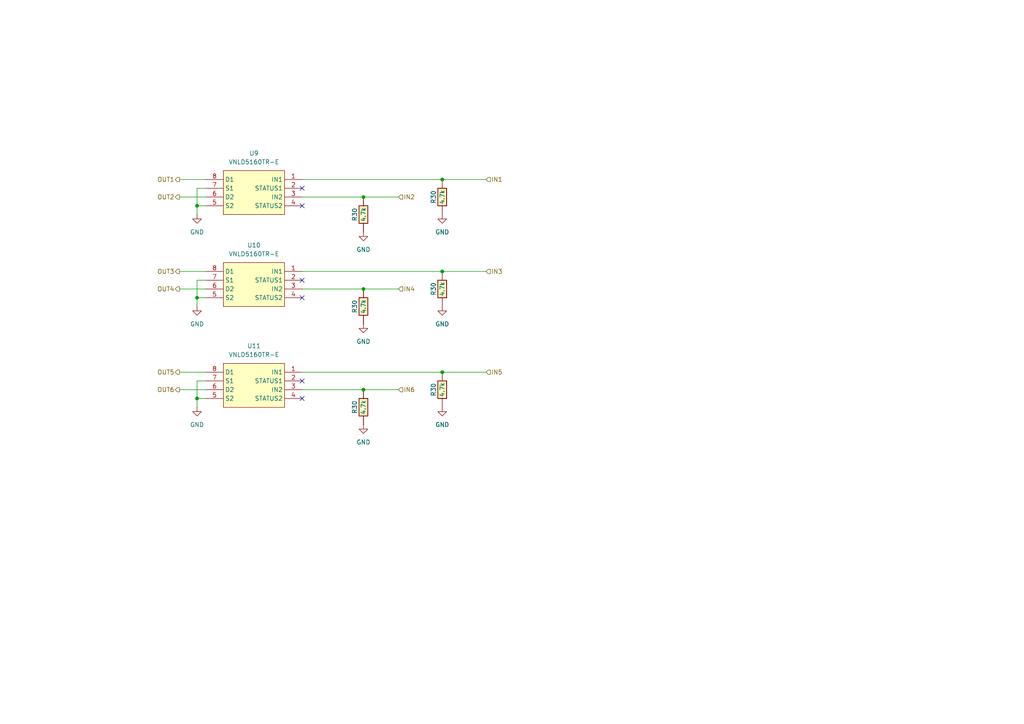
<source format=kicad_sch>
(kicad_sch (version 20231120) (generator "eeschema") (generator_version "8.0")
  (paper "A4")
  (title_block (title "UAEFI") (date "2024-08-15") (rev "D") (company "rusEFI.com"))
  (lib_symbols
    (symbol "GND_2" (power) (pin_numbers hide) (pin_names (offset 0) hide)
      (property "Value" "GND" (at 0 -3.81 0))
      (symbol "GND_2_0_1"
        (polyline (pts (xy 0 0) (xy 0 -1.27) (xy 1.27 -1.27) (xy 0 -2.54) (xy -1.27 -1.27) (xy 0 -1.27)))
      )
      (symbol "GND_2_1_1"
        (pin power_in line (at 0 0 270) (length 0) (name "~") (number "1"))
      )
    )
    (symbol "chips:VNLD5160"
      (property "Reference" "U" (at 6.35 3.81 0))
      (property "Value" "VNLD5160TR-E" (at 12.7 -11.43 0))
      (symbol "VNLD5160_1_1"
        (rectangle (start 5.08 2.54) (end 22.86 -10.16) (fill (type background)))
        (pin input line (at 0 0 0) (length 5.08) (name "IN1") (number "1"))
        (pin open_collector line (at 0 -2.54 0) (length 5.08) (name "STATUS1") (number "2"))
        (pin input line (at 0 -5.08 0) (length 5.08) (name "IN2") (number "3"))
        (pin open_collector line (at 0 -7.62 0) (length 5.08) (name "STATUS2") (number "4"))
        (pin power_in line (at 27.94 -7.62 180) (length 5.08) (name "S2") (number "5"))
        (pin power_out line (at 27.94 -5.08 180) (length 5.08) (name "D2") (number "6"))
        (pin power_in line (at 27.94 -2.54 180) (length 5.08) (name "S1") (number "7"))
        (pin power_out line (at 27.94 0 180) (length 5.08) (name "D1") (number "8"))
      )
    )
    (symbol "hellen-one-common:Res" (pin_numbers hide)
      (property "Reference" "R" (at 3.81 2.54 0))
      (property "Value" "Res" (at 5.08 -2.54 0))
      (symbol "Res_1_0"
        (rectangle (start 2.54 -1.27) (end 7.62 1.27) (stroke (width 0.254)) (fill (type background)))
        (pin passive line (at 0 0 0) (length 2.54) (name "") (number "1"))
        (pin passive line (at 10.16 0 180) (length 2.54) (name "") (number "2"))
      )
    )
  )
  (junction (at 128.27 78.74))
  (junction (at 105.41 83.82))
  (junction (at 128.27 107.95))
  (junction (at 105.41 57.15))
  (junction (at 57.15 59.69))
  (junction (at 57.15 115.57))
  (junction (at 105.41 113.03))
  (junction (at 128.27 52.07))
  (junction (at 57.15 86.36))
  (no_connect (at 87.63 81.28))
  (no_connect (at 87.63 59.69))
  (no_connect (at 87.63 115.57))
  (no_connect (at 87.63 86.36))
  (no_connect (at 87.63 54.61))
  (no_connect (at 87.63 110.49))
  (wire (pts (xy 57.15 86.36) (xy 57.15 81.28)))
  (wire (pts (xy 57.15 88.9) (xy 57.15 86.36)))
  (wire (pts (xy 57.15 115.57) (xy 57.15 110.49)))
  (wire (pts (xy 52.07 57.15) (xy 59.69 57.15)))
  (wire (pts (xy 57.15 59.69) (xy 57.15 54.61)))
  (wire (pts (xy 87.63 52.07) (xy 128.27 52.07)))
  (wire (pts (xy 128.27 107.95) (xy 140.97 107.95)))
  (wire (pts (xy 52.07 52.07) (xy 59.69 52.07)))
  (wire (pts (xy 57.15 54.61) (xy 59.69 54.61)))
  (wire (pts (xy 57.15 110.49) (xy 59.69 110.49)))
  (wire (pts (xy 57.15 118.11) (xy 57.15 115.57)))
  (wire (pts (xy 87.63 57.15) (xy 105.41 57.15)))
  (wire (pts (xy 105.41 83.82) (xy 115.57 83.82)))
  (wire (pts (xy 87.63 113.03) (xy 105.41 113.03)))
  (wire (pts (xy 57.15 86.36) (xy 59.69 86.36)))
  (wire (pts (xy 52.07 107.95) (xy 59.69 107.95)))
  (wire (pts (xy 57.15 115.57) (xy 59.69 115.57)))
  (wire (pts (xy 128.27 52.07) (xy 140.97 52.07)))
  (wire (pts (xy 52.07 113.03) (xy 59.69 113.03)))
  (wire (pts (xy 87.63 107.95) (xy 128.27 107.95)))
  (wire (pts (xy 128.27 78.74) (xy 140.97 78.74)))
  (wire (pts (xy 52.07 83.82) (xy 59.69 83.82)))
  (wire (pts (xy 57.15 59.69) (xy 59.69 59.69)))
  (wire (pts (xy 105.41 57.15) (xy 115.57 57.15)))
  (wire (pts (xy 52.07 78.74) (xy 59.69 78.74)))
  (wire (pts (xy 57.15 62.23) (xy 57.15 59.69)))
  (wire (pts (xy 87.63 83.82) (xy 105.41 83.82)))
  (wire (pts (xy 57.15 81.28) (xy 59.69 81.28)))
  (wire (pts (xy 105.41 113.03) (xy 115.57 113.03)))
  (wire (pts (xy 87.63 78.74) (xy 128.27 78.74)))
  (hierarchical_label "OUT3" (shape output) (at 52.07 78.74 180))
  (hierarchical_label "OUT1" (shape output) (at 52.07 52.07 180))
  (hierarchical_label "IN4" (shape input) (at 115.57 83.82 0))
  (hierarchical_label "IN2" (shape input) (at 115.57 57.15 0))
  (hierarchical_label "IN1" (shape input) (at 140.97 52.07 0))
  (hierarchical_label "OUT6" (shape output) (at 52.07 113.03 180))
  (hierarchical_label "IN6" (shape input) (at 115.57 113.03 0))
  (hierarchical_label "IN3" (shape input) (at 140.97 78.74 0))
  (hierarchical_label "OUT2" (shape output) (at 52.07 57.15 180))
  (hierarchical_label "OUT4" (shape output) (at 52.07 83.82 180))
  (hierarchical_label "IN5" (shape input) (at 140.97 107.95 0))
  (hierarchical_label "OUT5" (shape output) (at 52.07 107.95 180))
  (symbol (lib_name "GND_2") (lib_id "power:GND") (at 105.41 123.19 0) (unit 1)
    (property "Reference" "#PWR0110" (effects (hide yes)))
    (property "Value" "GND" (at 105.41 128.27 0))
    (property "Description" "Power symbol creates a global label with name \"GND\" , ground" (effects (hide yes)))
  )
  (symbol (lib_id "chips:VNLD5160") (at 87.63 52.07 0) (mirror y) (unit 1)
    (property "Reference" "U9" (at 73.66 44.45 0))
    (property "Value" "VNLD5160TR-E" (at 73.66 46.99 0))
    (property "Footprint" "Package_SO:SOIC-8_3.9x4.9mm_P1.27mm" (effects (hide yes)))
    (property "LCSC" "C377942" (effects (hide yes)))
    (property "MyComment" "x" (effects (hide yes)))
  )
  (symbol (lib_name "GND_2") (lib_id "power:GND") (at 128.27 62.23 0) (unit 1)
    (property "Reference" "#PWR071" (effects (hide yes)))
    (property "Value" "GND" (at 128.27 67.31 0))
    (property "Description" "Power symbol creates a global label with name \"GND\" , ground" (effects (hide yes)))
  )
  (symbol (lib_id "hellen-one-common:Res") (at 128.27 88.9 90) (unit 1)
    (property "Reference" "R30" (at 125.73 83.82 0))
    (property "Value" "4.7k" (at 128.27 83.82 0))
    (property "Footprint" "hellen-one-common:R0603" (effects (hide yes)))
    (property "LCSC" "C23162" (effects (hide yes)))
    (property "MyComment" "x" (effects (hide yes)))
    (instances (project "alphax_8ch" (path "" (reference "R30") (unit 1)) (path "" (reference "R67") (unit 1))) (project "uaefi" (path "" (reference "R31") (unit 1))))
  )
  (symbol (lib_name "GND_2") (lib_id "power:GND") (at 57.15 62.23 0) (unit 1)
    (property "Reference" "#PWR067" (effects (hide yes)))
    (property "Value" "GND" (at 57.15 67.31 0))
    (property "Description" "Power symbol creates a global label with name \"GND\" , ground" (effects (hide yes)))
  )
  (symbol (lib_id "chips:VNLD5160") (at 87.63 78.74 0) (mirror y) (unit 1)
    (property "Reference" "U10" (at 73.66 71.12 0))
    (property "Value" "VNLD5160TR-E" (at 73.66 73.66 0))
    (property "Footprint" "Package_SO:SOIC-8_3.9x4.9mm_P1.27mm" (effects (hide yes)))
    (property "LCSC" "C377942" (effects (hide yes)))
    (property "MyComment" "x" (effects (hide yes)))
  )
  (symbol (lib_name "GND_2") (lib_id "power:GND") (at 57.15 88.9 0) (unit 1)
    (property "Reference" "#PWR0108" (effects (hide yes)))
    (property "Value" "GND" (at 57.15 93.98 0))
    (property "Description" "Power symbol creates a global label with name \"GND\" , ground" (effects (hide yes)))
  )
  (symbol (lib_name "GND_2") (lib_id "power:GND") (at 57.15 118.11 0) (unit 1)
    (property "Reference" "#PWR0109" (effects (hide yes)))
    (property "Value" "GND" (at 57.15 123.19 0))
    (property "Description" "Power symbol creates a global label with name \"GND\" , ground" (effects (hide yes)))
  )
  (symbol (lib_id "hellen-one-common:Res") (at 105.41 123.19 90) (unit 1)
    (property "Reference" "R30" (at 102.87 118.11 0))
    (property "Value" "4.7k" (at 105.41 118.11 0))
    (property "Footprint" "hellen-one-common:R0603" (effects (hide yes)))
    (property "LCSC" "C23162" (effects (hide yes)))
    (property "MyComment" "x" (effects (hide yes)))
    (instances (project "alphax_8ch" (path "" (reference "R30") (unit 1)) (path "" (reference "R67") (unit 1))) (project "uaefi" (path "" (reference "R34") (unit 1))))
  )
  (symbol (lib_id "chips:VNLD5160") (at 87.63 107.95 0) (mirror y) (unit 1)
    (property "Reference" "U11" (at 73.66 100.33 0))
    (property "Value" "VNLD5160TR-E" (at 73.66 102.87 0))
    (property "Footprint" "Package_SO:SOIC-8_3.9x4.9mm_P1.27mm" (effects (hide yes)))
    (property "LCSC" "C377942" (effects (hide yes)))
    (property "MyComment" "x" (effects (hide yes)))
  )
  (symbol (lib_name "GND_2") (lib_id "power:GND") (at 105.41 93.98 0) (unit 1)
    (property "Reference" "#PWR0107" (effects (hide yes)))
    (property "Value" "GND" (at 105.41 99.06 0))
    (property "Description" "Power symbol creates a global label with name \"GND\" , ground" (effects (hide yes)))
  )
  (symbol (lib_name "GND_2") (lib_id "power:GND") (at 128.27 88.9 0) (unit 1)
    (property "Reference" "#PWR072" (effects (hide yes)))
    (property "Value" "GND" (at 128.27 93.98 0))
    (property "Description" "Power symbol creates a global label with name \"GND\" , ground" (effects (hide yes)))
  )
  (symbol (lib_name "GND_2") (lib_id "power:GND") (at 128.27 118.11 0) (unit 1)
    (property "Reference" "#PWR0111" (effects (hide yes)))
    (property "Value" "GND" (at 128.27 123.19 0))
    (property "Description" "Power symbol creates a global label with name \"GND\" , ground" (effects (hide yes)))
  )
  (symbol (lib_id "hellen-one-common:Res") (at 105.41 67.31 90) (unit 1)
    (property "Reference" "R30" (at 102.87 62.23 0))
    (property "Value" "4.7k" (at 105.41 62.23 0))
    (property "Footprint" "hellen-one-common:R0603" (effects (hide yes)))
    (property "LCSC" "C23162" (effects (hide yes)))
    (property "MyComment" "x" (effects (hide yes)))
    (instances (project "alphax_8ch" (path "" (reference "R30") (unit 1)) (path "" (reference "R67") (unit 1))) (project "uaefi" (path "" (reference "R30") (unit 1))))
  )
  (symbol (lib_id "hellen-one-common:Res") (at 128.27 118.11 90) (unit 1)
    (property "Reference" "R30" (at 125.73 113.03 0))
    (property "Value" "4.7k" (at 128.27 113.03 0))
    (property "Footprint" "hellen-one-common:R0603" (effects (hide yes)))
    (property "LCSC" "C23162" (effects (hide yes)))
    (property "MyComment" "x" (effects (hide yes)))
    (instances (project "alphax_8ch" (path "" (reference "R30") (unit 1)) (path "" (reference "R67") (unit 1))) (project "uaefi" (path "" (reference "R33") (unit 1))))
  )
  (symbol (lib_id "hellen-one-common:Res") (at 105.41 93.98 90) (unit 1)
    (property "Reference" "R30" (at 102.87 88.9 0))
    (property "Value" "4.7k" (at 105.41 88.9 0))
    (property "Footprint" "hellen-one-common:R0603" (effects (hide yes)))
    (property "LCSC" "C23162" (effects (hide yes)))
    (property "MyComment" "x" (effects (hide yes)))
    (instances (project "alphax_8ch" (path "" (reference "R30") (unit 1)) (path "" (reference "R67") (unit 1))) (project "uaefi" (path "" (reference "R32") (unit 1))))
  )
  (symbol (lib_name "GND_2") (lib_id "power:GND") (at 105.41 67.31 0) (unit 1)
    (property "Reference" "#PWR068" (effects (hide yes)))
    (property "Value" "GND" (at 105.41 72.39 0))
    (property "Description" "Power symbol creates a global label with name \"GND\" , ground" (effects (hide yes)))
  )
  (symbol (lib_id "hellen-one-common:Res") (at 128.27 62.23 90) (unit 1)
    (property "Reference" "R30" (at 125.73 57.15 0))
    (property "Value" "4.7k" (at 128.27 57.15 0))
    (property "Footprint" "hellen-one-common:R0603" (effects (hide yes)))
    (property "LCSC" "C23162" (effects (hide yes)))
    (property "MyComment" "x" (effects (hide yes)))
    (instances (project "alphax_8ch" (path "" (reference "R30") (unit 1)) (path "" (reference "R67") (unit 1))) (project "uaefi" (path "" (reference "R29") (unit 1))))
  )
)
</source>
